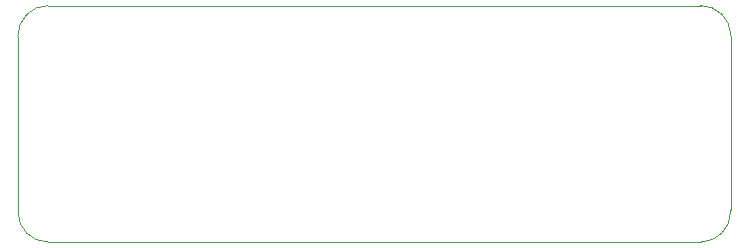
<source format=gko>
G04*
G04 #@! TF.GenerationSoftware,Altium Limited,Altium Designer,21.6.1 (37)*
G04*
G04 Layer_Color=16711935*
%FSLAX25Y25*%
%MOIN*%
G70*
G04*
G04 #@! TF.SameCoordinates,EE309F7F-E528-4661-BA6D-D9C948015DE1*
G04*
G04*
G04 #@! TF.FilePolarity,Positive*
G04*
G01*
G75*
%ADD54C,0.00050*%
%ADD55C,0.00050*%
D54*
X227601Y78765D02*
G03*
X227600Y78765I-1J-10025D01*
G01*
X237625Y68742D02*
G03*
X227601Y78765I-10025J-1D01*
G01*
X237625Y68740D02*
G03*
X237625Y68742I-10025J0D01*
G01*
X237625Y68740D02*
G03*
X237625Y68742I-25J0D01*
G01*
X227601Y78765D02*
G03*
X227600Y78765I-1J-25D01*
G01*
X237528Y10583D02*
G03*
X237528Y10584I-10008J-583D01*
G01*
X237545Y10000D02*
G03*
X237528Y10583I-10025J0D01*
G01*
X227520Y-25D02*
G03*
X237545Y10000I0J10025D01*
G01*
X10000Y78765D02*
G03*
X9998Y78765I0J-25D01*
G01*
D02*
G03*
X-25Y68740I1J-10025D01*
G01*
X10000Y78765D02*
G03*
X9998Y78765I-0J-10025D01*
G01*
X-25Y9999D02*
G03*
X10000Y-25I10025J1D01*
G01*
X-25Y10000D02*
G03*
X-25Y9999I10025J-0D01*
G01*
X-25Y10000D02*
G03*
X-25Y9999I25J0D01*
G01*
X220472Y78765D02*
X227600D01*
X237528Y10583D02*
X237625Y68740D01*
X237528Y10582D02*
Y10583D01*
X10000Y78765D02*
X220472Y78765D01*
X227520Y-25D02*
X227520D01*
X10000Y-25D02*
X227520Y-25D01*
X-25Y68740D02*
Y68740D01*
Y10000D02*
Y68740D01*
D55*
X237625Y68740D02*
D03*
X237625D02*
D03*
X10000Y78765D02*
D03*
X10000Y-25D02*
D03*
D03*
D03*
X-25Y10000D02*
D03*
M02*

</source>
